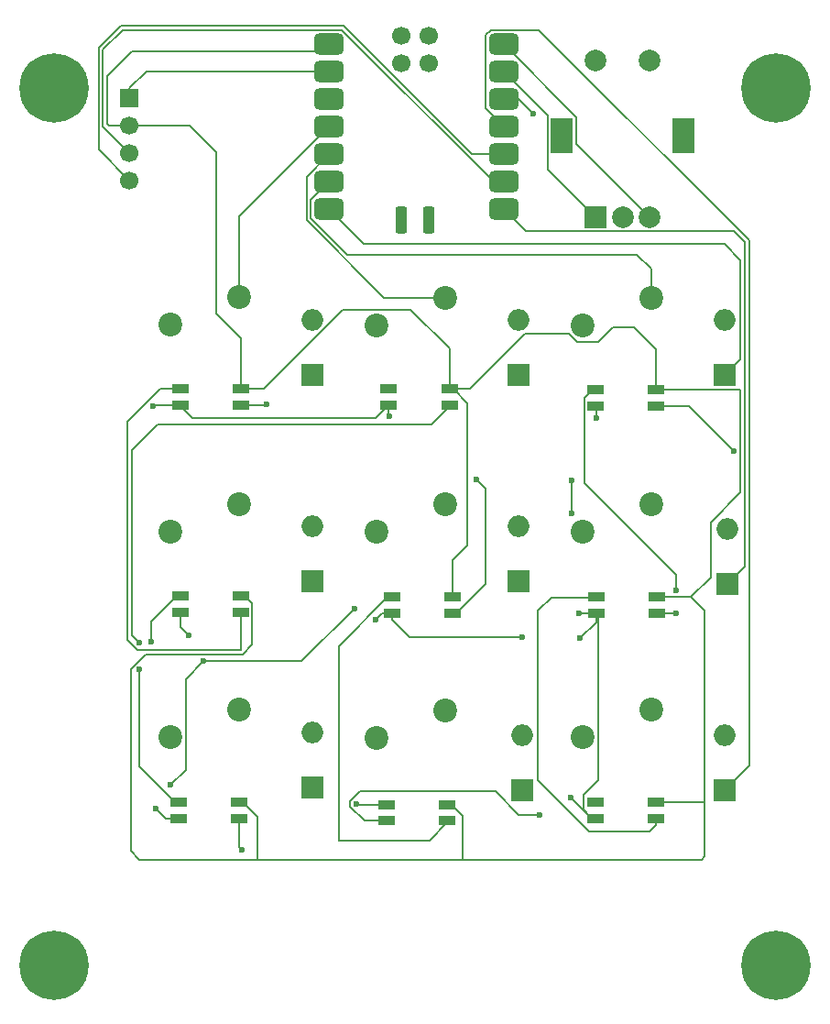
<source format=gbr>
%TF.GenerationSoftware,KiCad,Pcbnew,9.0.1*%
%TF.CreationDate,2025-06-05T14:05:19-05:00*%
%TF.ProjectId,CopyPAD,436f7079-5041-4442-9e6b-696361645f70,rev?*%
%TF.SameCoordinates,Original*%
%TF.FileFunction,Copper,L2,Bot*%
%TF.FilePolarity,Positive*%
%FSLAX46Y46*%
G04 Gerber Fmt 4.6, Leading zero omitted, Abs format (unit mm)*
G04 Created by KiCad (PCBNEW 9.0.1) date 2025-06-05 14:05:19*
%MOMM*%
%LPD*%
G01*
G04 APERTURE LIST*
G04 Aperture macros list*
%AMRoundRect*
0 Rectangle with rounded corners*
0 $1 Rounding radius*
0 $2 $3 $4 $5 $6 $7 $8 $9 X,Y pos of 4 corners*
0 Add a 4 corners polygon primitive as box body*
4,1,4,$2,$3,$4,$5,$6,$7,$8,$9,$2,$3,0*
0 Add four circle primitives for the rounded corners*
1,1,$1+$1,$2,$3*
1,1,$1+$1,$4,$5*
1,1,$1+$1,$6,$7*
1,1,$1+$1,$8,$9*
0 Add four rect primitives between the rounded corners*
20,1,$1+$1,$2,$3,$4,$5,0*
20,1,$1+$1,$4,$5,$6,$7,0*
20,1,$1+$1,$6,$7,$8,$9,0*
20,1,$1+$1,$8,$9,$2,$3,0*%
G04 Aperture macros list end*
%TA.AperFunction,SMDPad,CuDef*%
%ADD10RoundRect,0.500000X0.875000X0.500000X-0.875000X0.500000X-0.875000X-0.500000X0.875000X-0.500000X0*%
%TD*%
%TA.AperFunction,SMDPad,CuDef*%
%ADD11RoundRect,0.275000X-0.275000X0.975000X-0.275000X-0.975000X0.275000X-0.975000X0.275000X0.975000X0*%
%TD*%
%TA.AperFunction,SMDPad,CuDef*%
%ADD12C,1.700000*%
%TD*%
%TA.AperFunction,ComponentPad*%
%ADD13R,2.000000X2.000000*%
%TD*%
%TA.AperFunction,ComponentPad*%
%ADD14C,2.000000*%
%TD*%
%TA.AperFunction,ComponentPad*%
%ADD15R,2.000000X3.200000*%
%TD*%
%TA.AperFunction,ComponentPad*%
%ADD16O,2.000000X2.000000*%
%TD*%
%TA.AperFunction,ComponentPad*%
%ADD17C,6.400000*%
%TD*%
%TA.AperFunction,ComponentPad*%
%ADD18C,2.200000*%
%TD*%
%TA.AperFunction,ComponentPad*%
%ADD19R,1.700000X1.700000*%
%TD*%
%TA.AperFunction,ComponentPad*%
%ADD20C,1.700000*%
%TD*%
%TA.AperFunction,SMDPad,CuDef*%
%ADD21R,1.500000X0.820000*%
%TD*%
%TA.AperFunction,ViaPad*%
%ADD22C,0.600000*%
%TD*%
%TA.AperFunction,Conductor*%
%ADD23C,0.200000*%
%TD*%
G04 APERTURE END LIST*
D10*
%TO.P,U1,1,GPIO26/ADC0/A0*%
%TO.N,Net-(U1-GPIO26{slash}ADC0{slash}A0)*%
X66003171Y-19185357D03*
%TO.P,U1,2,GPIO27/ADC1/A1*%
%TO.N,Net-(U1-GPIO27{slash}ADC1{slash}A1)*%
X66003171Y-21725357D03*
%TO.P,U1,3,GPIO28/ADC2/A2*%
%TO.N,Net-(D1-DIN)*%
X66003171Y-24265357D03*
%TO.P,U1,4,GPIO29/ADC3/A3*%
%TO.N,Row 2*%
X66003171Y-26805357D03*
%TO.P,U1,5,GPIO6/SDA*%
%TO.N,/SDA*%
X66003171Y-29345357D03*
%TO.P,U1,6,GPIO7/SCL*%
%TO.N,/SCL*%
X66003171Y-31885357D03*
%TO.P,U1,7,GPIO0/TX*%
%TO.N,Row 1*%
X66003171Y-34425357D03*
%TO.P,U1,8,GPIO1/RX*%
%TO.N,Row 0*%
X49838171Y-34425357D03*
%TO.P,U1,9,GPIO2/SCK*%
%TO.N,Column 2*%
X49838171Y-31885357D03*
%TO.P,U1,10,GPIO4/MISO*%
%TO.N,Column 1*%
X49838171Y-29345357D03*
%TO.P,U1,11,GPIO3/MOSI*%
%TO.N,Column 0*%
X49838171Y-26805357D03*
%TO.P,U1,12,3V3*%
%TO.N,unconnected-(U1-3V3-Pad12)*%
X49838171Y-24265357D03*
%TO.P,U1,13,GND*%
%TO.N,GND*%
X49838171Y-21725357D03*
%TO.P,U1,14,VBUS*%
%TO.N,+5V*%
X49838171Y-19185357D03*
D11*
%TO.P,U1,15*%
%TO.N,N/C*%
X59091171Y-35445357D03*
%TO.P,U1,16*%
X56551171Y-35445357D03*
D12*
%TO.P,U1,17*%
X59091171Y-18427357D03*
%TO.P,U1,18*%
X56551171Y-18427357D03*
%TO.P,U1,19*%
X59091171Y-20967357D03*
%TO.P,U1,20*%
X56551171Y-20967357D03*
%TD*%
D13*
%TO.P,SW11,A,A*%
%TO.N,Net-(U1-GPIO27{slash}ADC1{slash}A1)*%
X74472588Y-35182825D03*
D14*
%TO.P,SW11,B,B*%
%TO.N,Net-(U1-GPIO26{slash}ADC0{slash}A0)*%
X79472588Y-35182825D03*
%TO.P,SW11,C,C*%
%TO.N,unconnected-(SW11-PadC)*%
X76972588Y-35182825D03*
D15*
%TO.P,SW11,MP*%
%TO.N,N/C*%
X71372588Y-27682825D03*
X82572588Y-27682825D03*
D14*
%TO.P,SW11,S1,S1*%
%TO.N,unconnected-(SW11-PadS1)*%
X79472588Y-20682825D03*
%TO.P,SW11,S2,S2*%
%TO.N,unconnected-(SW11-PadS2)*%
X74472588Y-20682825D03*
%TD*%
D13*
%TO.P,D6,1,K*%
%TO.N,Row 1*%
X67328838Y-68837825D03*
D16*
%TO.P,D6,2,A*%
%TO.N,Net-(D6-A)*%
X67328838Y-63757825D03*
%TD*%
D17*
%TO.P,H4,1*%
%TO.N,N/C*%
X91141338Y-104239075D03*
%TD*%
D13*
%TO.P,D7,1,K*%
%TO.N,Row 1*%
X86672462Y-69036503D03*
D16*
%TO.P,D7,2,A*%
%TO.N,Net-(D7-A)*%
X86672462Y-63956503D03*
%TD*%
D18*
%TO.P,SW4,1,1*%
%TO.N,Column 0*%
X41502750Y-61644076D03*
%TO.P,SW4,2,2*%
%TO.N,Net-(D5-A)*%
X35152750Y-64184076D03*
%TD*%
D13*
%TO.P,D10,1,K*%
%TO.N,Row 2*%
X86451075Y-88084167D03*
D16*
%TO.P,D10,2,A*%
%TO.N,Net-(D10-A)*%
X86451075Y-83004167D03*
%TD*%
D13*
%TO.P,D4,1,K*%
%TO.N,Row 0*%
X86378838Y-49787825D03*
D16*
%TO.P,D4,2,A*%
%TO.N,Net-(D4-A)*%
X86378838Y-44707825D03*
%TD*%
D18*
%TO.P,SW3,1,1*%
%TO.N,Column 2*%
X79613336Y-42597742D03*
%TO.P,SW3,2,2*%
%TO.N,Net-(D4-A)*%
X73263336Y-45137742D03*
%TD*%
D17*
%TO.P,H2,1*%
%TO.N,N/C*%
X91141338Y-23276575D03*
%TD*%
D13*
%TO.P,D5,1,K*%
%TO.N,Row 1*%
X48278838Y-68837825D03*
D16*
%TO.P,D5,2,A*%
%TO.N,Net-(D5-A)*%
X48278838Y-63757825D03*
%TD*%
D17*
%TO.P,H3,1*%
%TO.N,N/C*%
X24466338Y-104239075D03*
%TD*%
D18*
%TO.P,SW5,1,1*%
%TO.N,Column 1*%
X60552750Y-61644076D03*
%TO.P,SW5,2,2*%
%TO.N,Net-(D6-A)*%
X54202750Y-64184076D03*
%TD*%
D17*
%TO.P,H1,1*%
%TO.N,N/C*%
X24466338Y-23276575D03*
%TD*%
D13*
%TO.P,D8,1,K*%
%TO.N,Row 2*%
X48278838Y-87887825D03*
D16*
%TO.P,D8,2,A*%
%TO.N,Net-(D8-A)*%
X48278838Y-82807825D03*
%TD*%
D13*
%TO.P,D9,1,K*%
%TO.N,Row 2*%
X67672957Y-88084167D03*
D16*
%TO.P,D9,2,A*%
%TO.N,Net-(D9-A)*%
X67672957Y-83004167D03*
%TD*%
D13*
%TO.P,D2,1,K*%
%TO.N,Row 0*%
X48278838Y-49787825D03*
D16*
%TO.P,D2,2,A*%
%TO.N,Net-(D2-A)*%
X48278838Y-44707825D03*
%TD*%
D18*
%TO.P,SW7,1,1*%
%TO.N,Column 0*%
X41500192Y-80644545D03*
%TO.P,SW7,2,2*%
%TO.N,Net-(D8-A)*%
X35150192Y-83184545D03*
%TD*%
%TO.P,SW1,1,1*%
%TO.N,Column 0*%
X41507767Y-42590023D03*
%TO.P,SW1,2,2*%
%TO.N,Net-(D2-A)*%
X35157767Y-45130023D03*
%TD*%
%TO.P,SW9,1,1*%
%TO.N,Column 2*%
X79629327Y-80676568D03*
%TO.P,SW9,2,2*%
%TO.N,Net-(D10-A)*%
X73279327Y-83216568D03*
%TD*%
%TO.P,SW8,1,1*%
%TO.N,Column 1*%
X60548838Y-80694075D03*
%TO.P,SW8,2,2*%
%TO.N,Net-(D9-A)*%
X54198838Y-83234075D03*
%TD*%
%TO.P,SW2,1,1*%
%TO.N,Column 1*%
X60552750Y-42594076D03*
%TO.P,SW2,2,2*%
%TO.N,Net-(D3-A)*%
X54202750Y-45134076D03*
%TD*%
D13*
%TO.P,D3,1,K*%
%TO.N,Row 0*%
X67328838Y-49787825D03*
D16*
%TO.P,D3,2,A*%
%TO.N,Net-(D3-A)*%
X67328838Y-44707825D03*
%TD*%
D18*
%TO.P,SW6,1,1*%
%TO.N,Column 2*%
X79598531Y-61646391D03*
%TO.P,SW6,2,2*%
%TO.N,Net-(D7-A)*%
X73248531Y-64186391D03*
%TD*%
D19*
%TO.P,J1,1,Pin_1*%
%TO.N,GND*%
X31397807Y-24161975D03*
D20*
%TO.P,J1,2,Pin_2*%
%TO.N,+5V*%
X31397807Y-26701975D03*
%TO.P,J1,3,Pin_3*%
%TO.N,/SCL*%
X31397807Y-29241975D03*
%TO.P,J1,4,Pin_4*%
%TO.N,/SDA*%
X31397807Y-31781975D03*
%TD*%
D21*
%TO.P,D11,1,DOUT*%
%TO.N,Net-(D11-DOUT)*%
X36096907Y-70151575D03*
%TO.P,D11,2,VSS*%
%TO.N,GND*%
X36096907Y-71651575D03*
%TO.P,D11,3,DIN*%
%TO.N,Net-(D1-DOUT)*%
X41696907Y-71651575D03*
%TO.P,D11,4,VDD*%
%TO.N,+5V*%
X41696907Y-70151575D03*
%TD*%
%TO.P,D16,1,DOUT*%
%TO.N,Net-(D16-DOUT)*%
X74483108Y-51101575D03*
%TO.P,D16,2,VSS*%
%TO.N,GND*%
X74483108Y-52601575D03*
%TO.P,D16,3,DIN*%
%TO.N,Net-(D15-DOUT)*%
X80083108Y-52601575D03*
%TO.P,D16,4,VDD*%
%TO.N,+5V*%
X80083108Y-51101575D03*
%TD*%
%TO.P,D17,1,DOUT*%
%TO.N,Net-(D17-DOUT)*%
X74522545Y-70253934D03*
%TO.P,D17,2,VSS*%
%TO.N,GND*%
X74522545Y-71753934D03*
%TO.P,D17,3,DIN*%
%TO.N,Net-(D16-DOUT)*%
X80122545Y-71753934D03*
%TO.P,D17,4,VDD*%
%TO.N,+5V*%
X80122545Y-70253934D03*
%TD*%
%TO.P,D14,1,DOUT*%
%TO.N,Net-(D14-DOUT)*%
X55635088Y-70250021D03*
%TO.P,D14,2,VSS*%
%TO.N,GND*%
X55635088Y-71750021D03*
%TO.P,D14,3,DIN*%
%TO.N,Net-(D13-DOUT)*%
X61235088Y-71750021D03*
%TO.P,D14,4,VDD*%
%TO.N,+5V*%
X61235088Y-70250021D03*
%TD*%
%TO.P,D12,1,DOUT*%
%TO.N,Net-(D12-DOUT)*%
X35953838Y-89201575D03*
%TO.P,D12,2,VSS*%
%TO.N,GND*%
X35953838Y-90701575D03*
%TO.P,D12,3,DIN*%
%TO.N,Net-(D11-DOUT)*%
X41553838Y-90701575D03*
%TO.P,D12,4,VDD*%
%TO.N,+5V*%
X41553838Y-89201575D03*
%TD*%
%TO.P,D15,1,DOUT*%
%TO.N,Net-(D15-DOUT)*%
X55198292Y-89428833D03*
%TO.P,D15,2,VSS*%
%TO.N,GND*%
X55198292Y-90928833D03*
%TO.P,D15,3,DIN*%
%TO.N,Net-(D14-DOUT)*%
X60798292Y-90928833D03*
%TO.P,D15,4,VDD*%
%TO.N,+5V*%
X60798292Y-89428833D03*
%TD*%
%TO.P,D1,1,DOUT*%
%TO.N,Net-(D1-DOUT)*%
X36140392Y-51044794D03*
%TO.P,D1,2,VSS*%
%TO.N,GND*%
X36140392Y-52544794D03*
%TO.P,D1,3,DIN*%
%TO.N,Net-(D1-DIN)*%
X41740392Y-52544794D03*
%TO.P,D1,4,VDD*%
%TO.N,+5V*%
X41740392Y-51044794D03*
%TD*%
%TO.P,D13,1,DOUT*%
%TO.N,Net-(D13-DOUT)*%
X55368531Y-51044794D03*
%TO.P,D13,2,VSS*%
%TO.N,GND*%
X55368531Y-52544794D03*
%TO.P,D13,3,DIN*%
%TO.N,Net-(D12-DOUT)*%
X60968531Y-52544794D03*
%TO.P,D13,4,VDD*%
%TO.N,+5V*%
X60968531Y-51044794D03*
%TD*%
%TO.P,D18,1,DOUT*%
%TO.N,unconnected-(D18-DOUT-Pad1)*%
X74435601Y-89199238D03*
%TO.P,D18,2,VSS*%
%TO.N,GND*%
X74435601Y-90699238D03*
%TO.P,D18,3,DIN*%
%TO.N,Net-(D17-DOUT)*%
X80035601Y-90699238D03*
%TO.P,D18,4,VDD*%
%TO.N,+5V*%
X80035601Y-89199238D03*
%TD*%
D22*
%TO.N,Net-(D1-DIN)*%
X68735088Y-25645325D03*
X44060088Y-52470325D03*
%TO.N,Net-(D11-DOUT)*%
X33410088Y-74370325D03*
X41760088Y-93595325D03*
%TO.N,Net-(D12-DOUT)*%
X32285088Y-74445325D03*
X32335088Y-76945325D03*
%TO.N,Net-(D13-DOUT)*%
X63460088Y-59395325D03*
X55335088Y-51045325D03*
%TO.N,Net-(D15-DOUT)*%
X87285088Y-56789675D03*
X52410088Y-89345325D03*
%TO.N,Net-(D16-DOUT)*%
X81910088Y-71770325D03*
X81910088Y-69653934D03*
%TO.N,GND*%
X72185088Y-88770325D03*
X72235088Y-62495325D03*
X36910088Y-73820325D03*
X52185088Y-71345325D03*
X33585088Y-52595325D03*
X35185088Y-87620325D03*
X67710088Y-73995325D03*
X55385088Y-53570325D03*
X74560088Y-53695325D03*
X72260088Y-59470325D03*
X33835088Y-89770325D03*
X54110088Y-72351521D03*
X73060088Y-74070325D03*
X69335088Y-90395325D03*
X38235088Y-76195325D03*
X72935088Y-71745325D03*
%TD*%
D23*
%TO.N,Net-(D12-DOUT)*%
X59333450Y-54295325D02*
X60968531Y-52660244D01*
X31635088Y-56651575D02*
X33991338Y-54295325D01*
X33991338Y-54295325D02*
X59333450Y-54295325D01*
X60968531Y-52660244D02*
X60968531Y-52544794D01*
X31635088Y-73795325D02*
X31635088Y-56651575D01*
X32285088Y-74445325D02*
X31635088Y-73795325D01*
%TO.N,Net-(D1-DOUT)*%
X31235088Y-74245268D02*
X31235088Y-54095382D01*
X32135145Y-75145325D02*
X31235088Y-74245268D01*
X34285676Y-51044794D02*
X36140392Y-51044794D01*
X41685088Y-75145325D02*
X32135145Y-75145325D01*
X31235088Y-54095382D02*
X34285676Y-51044794D01*
X41735088Y-75095325D02*
X41685088Y-75145325D01*
X41696907Y-75057144D02*
X41735088Y-75095325D01*
X41696907Y-71651575D02*
X41696907Y-75057144D01*
%TO.N,+5V*%
X42036907Y-70151575D02*
X41696907Y-70151575D01*
X41851188Y-75546325D02*
X42747907Y-74649606D01*
X31510088Y-76920382D02*
X32884145Y-75546325D01*
X42747907Y-74649606D02*
X42747907Y-70862575D01*
X42747907Y-70862575D02*
X42036907Y-70151575D01*
X31510088Y-93720325D02*
X31510088Y-76920382D01*
X32285088Y-94495325D02*
X31510088Y-93720325D01*
X32884145Y-75546325D02*
X41851188Y-75546325D01*
X43260088Y-94495325D02*
X32285088Y-94495325D01*
X39400713Y-29160950D02*
X36941738Y-26701975D01*
X39400713Y-44060950D02*
X39400713Y-29160950D01*
X36941738Y-26701975D02*
X31397807Y-26701975D01*
X41740392Y-46400629D02*
X39400713Y-44060950D01*
X41740392Y-51044794D02*
X41740392Y-46400629D01*
X49153203Y-19870325D02*
X49838171Y-19185357D01*
X29360088Y-22120325D02*
X31610088Y-19870325D01*
X31610088Y-19870325D02*
X49153203Y-19870325D01*
X29491738Y-26701975D02*
X29360088Y-26570325D01*
X29360088Y-26570325D02*
X29360088Y-22120325D01*
X31397807Y-26701975D02*
X29491738Y-26701975D01*
%TO.N,GND*%
X32949025Y-21725357D02*
X49838171Y-21725357D01*
X31397807Y-23276575D02*
X32949025Y-21725357D01*
X31397807Y-24161975D02*
X31397807Y-23276575D01*
%TO.N,Column 2*%
X48162171Y-35264415D02*
X48162171Y-33561357D01*
X48162171Y-33561357D02*
X49838171Y-31885357D01*
X51543081Y-38645325D02*
X48162171Y-35264415D01*
X78313336Y-38645325D02*
X51543081Y-38645325D01*
X79613336Y-42597742D02*
X79613336Y-39945325D01*
X79613336Y-39945325D02*
X78313336Y-38645325D01*
%TO.N,Row 0*%
X53083139Y-37670325D02*
X49838171Y-34425357D01*
X86378838Y-37670325D02*
X53083139Y-37670325D01*
X87885088Y-39176575D02*
X86378838Y-37670325D01*
X87885088Y-48281575D02*
X87885088Y-39176575D01*
X86378838Y-49787825D02*
X87885088Y-48281575D01*
%TO.N,+5V*%
X87885088Y-60595325D02*
X87885088Y-51095325D01*
X87885088Y-51095325D02*
X87878838Y-51101575D01*
X85110088Y-63370325D02*
X87885088Y-60595325D01*
X85110088Y-68453934D02*
X85110088Y-63370325D01*
X87878838Y-51101575D02*
X80083108Y-51101575D01*
X83310088Y-70253934D02*
X85110088Y-68453934D01*
X84560088Y-71503934D02*
X83310088Y-70253934D01*
X84560088Y-89170325D02*
X84560088Y-71503934D01*
X83310088Y-70253934D02*
X80122545Y-70253934D01*
X84531175Y-89199238D02*
X84560088Y-89170325D01*
%TO.N,/SDA*%
X63080329Y-29345357D02*
X51218329Y-17483357D01*
X66003171Y-29345357D02*
X63080329Y-29345357D01*
X28558088Y-28942256D02*
X31397807Y-31781975D01*
X28558088Y-19538125D02*
X28558088Y-28942256D01*
X51218329Y-17483357D02*
X30612856Y-17483357D01*
X30612856Y-17483357D02*
X28558088Y-19538125D01*
%TO.N,/SCL*%
X30778956Y-17884357D02*
X28959088Y-19704225D01*
X51052229Y-17884357D02*
X30778956Y-17884357D01*
X65053229Y-31885357D02*
X51052229Y-17884357D01*
X66003171Y-31885357D02*
X65053229Y-31885357D01*
X28959088Y-26803256D02*
X31397807Y-29241975D01*
X28959088Y-19704225D02*
X28959088Y-26803256D01*
%TO.N,Net-(D1-DIN)*%
X67355120Y-24265357D02*
X68735088Y-25645325D01*
X66003171Y-24265357D02*
X67355120Y-24265357D01*
X44060088Y-52470325D02*
X43985619Y-52544794D01*
X43985619Y-52544794D02*
X41740392Y-52544794D01*
%TO.N,Row 1*%
X87265688Y-36483825D02*
X88286088Y-37504225D01*
X88286088Y-37504225D02*
X88286088Y-67422877D01*
X88286088Y-67422877D02*
X86672462Y-69036503D01*
X66003171Y-34425357D02*
X68061639Y-36483825D01*
X68061639Y-36483825D02*
X87265688Y-36483825D01*
%TO.N,Row 2*%
X66003171Y-26805357D02*
X64327171Y-25129357D01*
X88687088Y-37338125D02*
X88687088Y-85848154D01*
X64327171Y-18346299D02*
X64789113Y-17884357D01*
X64327171Y-25129357D02*
X64327171Y-18346299D01*
X69233320Y-17884357D02*
X88687088Y-37338125D01*
X88687088Y-85848154D02*
X86451075Y-88084167D01*
X64789113Y-17884357D02*
X69233320Y-17884357D01*
%TO.N,Net-(D11-DOUT)*%
X36096907Y-70151575D02*
X35756907Y-70151575D01*
X33410088Y-72498394D02*
X33410088Y-74370325D01*
X41553838Y-93389075D02*
X41553838Y-90701575D01*
X35756907Y-70151575D02*
X33410088Y-72498394D01*
X41760088Y-93595325D02*
X41553838Y-93389075D01*
%TO.N,Net-(D12-DOUT)*%
X32335088Y-76945325D02*
X32335088Y-85922825D01*
X32335088Y-85922825D02*
X35613838Y-89201575D01*
X35613838Y-89201575D02*
X35953838Y-89201575D01*
%TO.N,Net-(D13-DOUT)*%
X64293750Y-60228987D02*
X64293750Y-69031359D01*
X63460088Y-59395325D02*
X64293750Y-60228987D01*
X55368531Y-51044794D02*
X55335619Y-51044794D01*
X61575088Y-71750021D02*
X61235088Y-71750021D01*
X64293750Y-69031359D02*
X61575088Y-71750021D01*
X55335619Y-51044794D02*
X55335088Y-51045325D01*
%TO.N,Net-(D14-DOUT)*%
X50735088Y-92720325D02*
X50735088Y-74810021D01*
X60798292Y-91044283D02*
X59122250Y-92720325D01*
X60798292Y-90928833D02*
X60798292Y-91044283D01*
X55295088Y-70250021D02*
X55635088Y-70250021D01*
X59122250Y-92720325D02*
X50735088Y-92720325D01*
X50735088Y-74810021D02*
X55295088Y-70250021D01*
%TO.N,Net-(D15-DOUT)*%
X80083108Y-52601575D02*
X83096988Y-52601575D01*
X52410088Y-89345325D02*
X52493596Y-89428833D01*
X52493596Y-89428833D02*
X55198292Y-89428833D01*
X83096988Y-52601575D02*
X87285088Y-56789675D01*
%TO.N,Net-(D16-DOUT)*%
X74221108Y-51101575D02*
X73432108Y-51890575D01*
X80138936Y-71770325D02*
X80122545Y-71753934D01*
X74483108Y-51101575D02*
X74221108Y-51101575D01*
X73432108Y-51890575D02*
X73432108Y-59718438D01*
X81910088Y-68196418D02*
X81910088Y-69653934D01*
X81910088Y-71770325D02*
X80138936Y-71770325D01*
X73432108Y-59718438D02*
X81910088Y-68196418D01*
%TO.N,Net-(D17-DOUT)*%
X73875101Y-91900738D02*
X79444101Y-91900738D01*
X74481154Y-70295325D02*
X70385088Y-70295325D01*
X69135088Y-87160725D02*
X73875101Y-91900738D01*
X79444101Y-91900738D02*
X80035601Y-91309238D01*
X69135088Y-71445325D02*
X69135088Y-87160725D01*
X69235088Y-71445325D02*
X69135088Y-71445325D01*
X74522545Y-70253934D02*
X74481154Y-70295325D01*
X80035601Y-91309238D02*
X80035601Y-90699238D01*
X70385088Y-70295325D02*
X69235088Y-71445325D01*
%TO.N,Column 0*%
X41507767Y-35135761D02*
X41507767Y-42590023D01*
X49838171Y-26805357D02*
X41507767Y-35135761D01*
%TO.N,Column 1*%
X54924732Y-42594076D02*
X60552750Y-42594076D01*
X47761171Y-35430515D02*
X54924732Y-42594076D01*
X49838171Y-29345357D02*
X47761171Y-31422357D01*
X47761171Y-31422357D02*
X47761171Y-35430515D01*
%TO.N,Net-(U1-GPIO26{slash}ADC0{slash}A0)*%
X72735088Y-25917274D02*
X72735088Y-28445325D01*
X66003171Y-19185357D02*
X72735088Y-25917274D01*
X72735088Y-28445325D02*
X79472588Y-35182825D01*
%TO.N,Net-(U1-GPIO27{slash}ADC1{slash}A1)*%
X66003171Y-21725357D02*
X70071588Y-25793774D01*
X70071588Y-30781825D02*
X74472588Y-35182825D01*
X70071588Y-25793774D02*
X70071588Y-30781825D01*
%TO.N,+5V*%
X43260088Y-94495325D02*
X62160088Y-94495325D01*
X60968531Y-47305041D02*
X60968531Y-51044794D01*
X72774704Y-46703926D02*
X74722336Y-46703926D01*
X60798292Y-89428833D02*
X61138292Y-89428833D01*
X62831761Y-51044794D02*
X67931230Y-45945325D01*
X43781761Y-51044794D02*
X51093479Y-43733076D01*
X80083108Y-47362698D02*
X80083108Y-51101575D01*
X74722336Y-46703926D02*
X76099520Y-45326742D01*
X57396566Y-43733076D02*
X60968531Y-47305041D01*
X84531175Y-94220325D02*
X84531175Y-89199238D01*
X80035601Y-89199238D02*
X84531175Y-89199238D01*
X61235088Y-66883268D02*
X61235088Y-70250021D01*
X62595280Y-52331543D02*
X62595280Y-65523076D01*
X62160088Y-90450629D02*
X62160088Y-94495325D01*
X41740392Y-51044794D02*
X43781761Y-51044794D01*
X60968531Y-51044794D02*
X62831761Y-51044794D01*
X67931230Y-45945325D02*
X72016103Y-45945325D01*
X43260088Y-94495325D02*
X43260088Y-90567825D01*
X41740392Y-51044794D02*
X41784423Y-51088825D01*
X72016103Y-45945325D02*
X72774704Y-46703926D01*
X61308531Y-51044794D02*
X62595280Y-52331543D01*
X84256175Y-94495325D02*
X84531175Y-94220325D01*
X76099520Y-45326742D02*
X78047152Y-45326742D01*
X41893838Y-89201575D02*
X41553838Y-89201575D01*
X60968531Y-51044794D02*
X61012562Y-51088825D01*
X43260088Y-90567825D02*
X41893838Y-89201575D01*
X60968531Y-51044794D02*
X61308531Y-51044794D01*
X41985088Y-50800098D02*
X41740392Y-51044794D01*
X62595280Y-65523076D02*
X61235088Y-66883268D01*
X51093479Y-43733076D02*
X57396566Y-43733076D01*
X78047152Y-45326742D02*
X80083108Y-47362698D01*
X62160088Y-94495325D02*
X84256175Y-94495325D01*
X61138292Y-89428833D02*
X62160088Y-90450629D01*
%TO.N,GND*%
X72185088Y-88770325D02*
X74114001Y-90699238D01*
X36140392Y-52544794D02*
X36140392Y-52660896D01*
X72935088Y-71745325D02*
X74513936Y-71745325D01*
X67382115Y-90395325D02*
X69335088Y-90395325D01*
X65214623Y-88227833D02*
X67382115Y-90395325D01*
X74522545Y-71753934D02*
X74703001Y-71934390D01*
X47335088Y-76195325D02*
X38235088Y-76195325D01*
X33635619Y-52544794D02*
X36140392Y-52544794D01*
X51809088Y-89096382D02*
X52677637Y-88227833D01*
X36602838Y-77827575D02*
X36602838Y-86202575D01*
X54167031Y-53746294D02*
X55368531Y-52544794D01*
X74522545Y-71753934D02*
X74522545Y-72607868D01*
X38235088Y-76195325D02*
X36602838Y-77827575D01*
X55368531Y-53553768D02*
X55385088Y-53570325D01*
X36140392Y-52660896D02*
X37225790Y-53746294D01*
X55368531Y-52544794D02*
X55368531Y-53553768D01*
X36910088Y-73820325D02*
X36096907Y-73007144D01*
X57270392Y-73995325D02*
X55635088Y-72360021D01*
X36602838Y-86202575D02*
X35185088Y-87620325D01*
X52677637Y-88227833D02*
X65214623Y-88227833D01*
X74173601Y-90699238D02*
X74435601Y-90699238D01*
X53143653Y-90928833D02*
X51809088Y-89594268D01*
X74703001Y-71934390D02*
X74703001Y-87169838D01*
X33835088Y-89770325D02*
X34766338Y-90701575D01*
X36096907Y-73007144D02*
X36096907Y-71651575D01*
X74513936Y-71745325D02*
X74522545Y-71753934D01*
X55635088Y-71750021D02*
X54711588Y-71750021D01*
X51809088Y-89594268D02*
X51809088Y-89096382D01*
X73384601Y-88488238D02*
X73384601Y-89910238D01*
X37225790Y-53746294D02*
X54167031Y-53746294D01*
X72235088Y-59495325D02*
X72235088Y-62495325D01*
X67710088Y-73995325D02*
X57270392Y-73995325D01*
X73384601Y-89910238D02*
X74173601Y-90699238D01*
X55635088Y-72360021D02*
X55635088Y-71750021D01*
X74560088Y-53695325D02*
X74560088Y-52678555D01*
X72260088Y-59470325D02*
X72235088Y-59495325D01*
X74114001Y-90699238D02*
X74435601Y-90699238D01*
X54711588Y-71750021D02*
X54110088Y-72351521D01*
X34766338Y-90701575D02*
X35953838Y-90701575D01*
X52185088Y-71345325D02*
X47335088Y-76195325D01*
X74560088Y-52678555D02*
X74483108Y-52601575D01*
X55198292Y-90928833D02*
X53143653Y-90928833D01*
X74703001Y-87169838D02*
X73384601Y-88488238D01*
X33585088Y-52595325D02*
X33635619Y-52544794D01*
X74522545Y-72607868D02*
X73060088Y-74070325D01*
%TD*%
M02*

</source>
